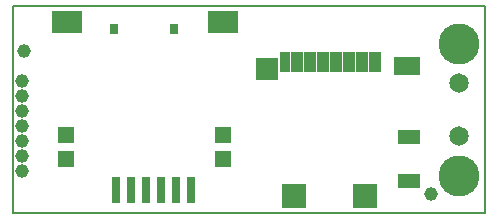
<source format=gbr>
%FSLAX23Y23*%
%MOIN*%
G04 EasyPC Gerber Version 17.0 Build 3379 *
%ADD107R,0.02726X0.03750*%
%ADD104R,0.03159X0.09065*%
%ADD102R,0.03553X0.06899*%
%ADD99R,0.03946X0.06899*%
%ADD105R,0.05324X0.05718*%
%ADD100R,0.07175X0.07687*%
%ADD81C,0.00500*%
%ADD97C,0.04537*%
%ADD108C,0.04537*%
%ADD96C,0.06518*%
%ADD98R,0.07293X0.04537*%
%ADD101R,0.08671X0.05915*%
%ADD95C,0.13655*%
%ADD106R,0.10049X0.07293*%
%ADD103R,0.08080X0.07883*%
X0Y0D02*
D02*
D81*
X1844Y228D02*
X270D01*
Y918*
X1844*
Y228*
D02*
D95*
X1758Y353D03*
Y793D03*
D02*
D96*
Y484D03*
Y662D03*
D02*
D97*
X307Y767D03*
X1665Y290D03*
D02*
D98*
X1591Y334D03*
Y480D03*
D02*
D99*
X1219Y733D03*
X1262D03*
X1305D03*
X1348D03*
X1392D03*
X1435D03*
X1478D03*
D02*
D100*
X1119Y708D03*
D02*
D101*
X1585Y718D03*
D02*
D102*
X1177Y733D03*
D02*
D103*
X1209Y286D03*
X1444D03*
D02*
D104*
X615Y305D03*
X665D03*
X715D03*
X765D03*
X815D03*
X865D03*
D02*
D105*
X448Y408D03*
Y487D03*
X970Y408D03*
X971Y487D03*
D02*
D106*
X450Y864D03*
X971Y864D03*
D02*
D107*
X609Y840D03*
X809D03*
D02*
D108*
X303Y369D03*
Y419D03*
Y469D03*
Y519D03*
Y569D03*
Y619D03*
Y669D03*
X0Y0D02*
M02*

</source>
